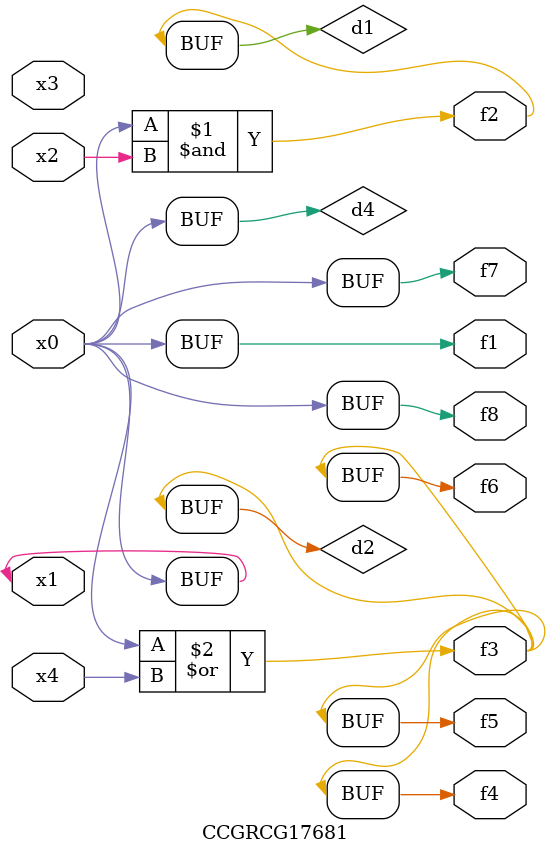
<source format=v>
module CCGRCG17681(
	input x0, x1, x2, x3, x4,
	output f1, f2, f3, f4, f5, f6, f7, f8
);

	wire d1, d2, d3, d4;

	and (d1, x0, x2);
	or (d2, x0, x4);
	nand (d3, x0, x2);
	buf (d4, x0, x1);
	assign f1 = d4;
	assign f2 = d1;
	assign f3 = d2;
	assign f4 = d2;
	assign f5 = d2;
	assign f6 = d2;
	assign f7 = d4;
	assign f8 = d4;
endmodule

</source>
